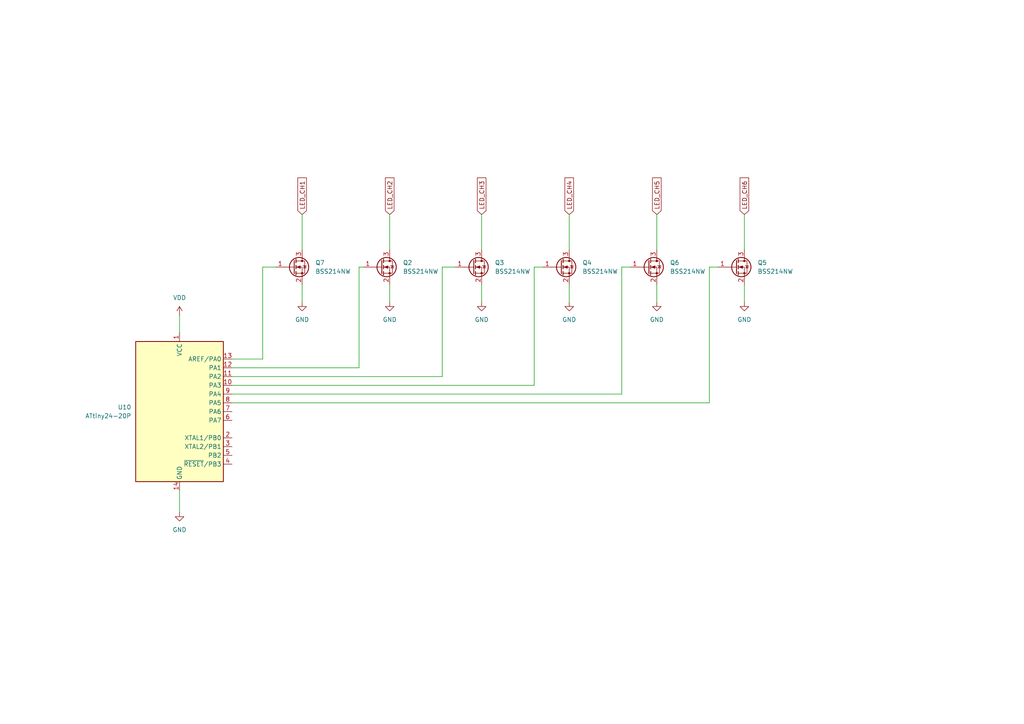
<source format=kicad_sch>
(kicad_sch (version 20230121) (generator eeschema)
  (paper "A4")
  (title_block (title "Aqua Driver LED module") (rev "0") (comment 1 "Created by: Sławomir Kozok") (comment 2 "Created by: Michał Walenciak") (comment 3 "2023"))
  (lib_symbols
    (symbol "MCU_Microchip_ATtiny:ATtiny24-20P"
      (property "Reference" "U" (at -12.7 21.59 0))
      (property "Value" "ATtiny24-20P" (at 2.54 -21.59 0))
      (symbol "ATtiny24-20P_0_1"
        (rectangle (start -12.7 -20.32) (end 12.7 20.32) (stroke (width 0.254)) (fill (type background)))
      )
      (symbol "ATtiny24-20P_1_1"
        (pin power_in line (at 0 22.86 270) (length 2.54) (name "VCC") (number "1"))
        (pin bidirectional line (at 15.24 7.62 180) (length 2.54) (name "PA3") (number "10"))
        (pin bidirectional line (at 15.24 10.16 180) (length 2.54) (name "PA2") (number "11"))
        (pin bidirectional line (at 15.24 12.7 180) (length 2.54) (name "PA1") (number "12"))
        (pin bidirectional line (at 15.24 15.24 180) (length 2.54) (name "AREF/PA0") (number "13"))
        (pin power_in line (at 0 -22.86 90) (length 2.54) (name "GND") (number "14"))
        (pin bidirectional line (at 15.24 -7.62 180) (length 2.54) (name "XTAL1/PB0") (number "2"))
        (pin bidirectional line (at 15.24 -10.16 180) (length 2.54) (name "XTAL2/PB1") (number "3"))
        (pin bidirectional line (at 15.24 -15.24 180) (length 2.54) (name "~{RESET}/PB3") (number "4"))
        (pin bidirectional line (at 15.24 -12.7 180) (length 2.54) (name "PB2") (number "5"))
        (pin bidirectional line (at 15.24 -2.54 180) (length 2.54) (name "PA7") (number "6"))
        (pin bidirectional line (at 15.24 0 180) (length 2.54) (name "PA6") (number "7"))
        (pin bidirectional line (at 15.24 2.54 180) (length 2.54) (name "PA5") (number "8"))
        (pin bidirectional line (at 15.24 5.08 180) (length 2.54) (name "PA4") (number "9"))
      )
    )
    (symbol "Transistor_FET:BSS214NW" (pin_names hide)
      (property "Reference" "Q" (at 5.08 1.905 0))
      (property "Value" "BSS214NW" (at 5.08 0 0))
      (symbol "BSS214NW_0_1"
        (polyline (pts (xy 0.254 0) (xy -2.54 0)))
        (polyline (pts (xy 0.254 1.905) (xy 0.254 -1.905)) (stroke (width 0.254)))
        (polyline (pts (xy 0.762 -1.27) (xy 0.762 -2.286)) (stroke (width 0.254)))
        (polyline (pts (xy 0.762 0.508) (xy 0.762 -0.508)) (stroke (width 0.254)))
        (polyline (pts (xy 0.762 2.286) (xy 0.762 1.27)) (stroke (width 0.254)))
        (polyline (pts (xy 2.54 2.54) (xy 2.54 1.778)))
        (polyline (pts (xy 2.54 -2.54) (xy 2.54 0) (xy 0.762 0)))
        (polyline (pts (xy 0.762 -1.778) (xy 3.302 -1.778) (xy 3.302 1.778) (xy 0.762 1.778)))
        (polyline (pts (xy 1.016 0) (xy 2.032 0.381) (xy 2.032 -0.381) (xy 1.016 0)) (fill (type outline)))
        (polyline (pts (xy 2.794 0.508) (xy 2.921 0.381) (xy 3.683 0.381) (xy 3.81 0.254)))
        (polyline (pts (xy 3.302 0.381) (xy 2.921 -0.254) (xy 3.683 -0.254) (xy 3.302 0.381)))
        (circle (center 1.651 0) (radius 2.794) (stroke (width 0.254)))
        (circle (center 2.54 -1.778) (radius 0.254) (fill (type outline)))
        (circle (center 2.54 1.778) (radius 0.254) (fill (type outline)))
      )
      (symbol "BSS214NW_1_1"
        (pin input line (at -5.08 0 0) (length 2.54) (name "G") (number "1"))
        (pin passive line (at 2.54 -5.08 90) (length 2.54) (name "S") (number "2"))
        (pin passive line (at 2.54 5.08 270) (length 2.54) (name "D") (number "3"))
      )
    )
    (symbol "power:GND" (power) (pin_names (offset 0))
      (property "Value" "GND" (at 0 -3.81 0))
      (symbol "GND_0_1"
        (polyline (pts (xy 0 0) (xy 0 -1.27) (xy 1.27 -1.27) (xy 0 -2.54) (xy -1.27 -1.27) (xy 0 -1.27)))
      )
      (symbol "GND_1_1"
        (pin power_in line (at 0 0 270) (length 0) hide (name "GND") (number "1"))
      )
    )
    (symbol "power:VDD" (power) (pin_names (offset 0))
      (property "Value" "VDD" (at 0 3.81 0))
      (symbol "VDD_0_1"
        (polyline (pts (xy -0.762 1.27) (xy 0 2.54)))
        (polyline (pts (xy 0 0) (xy 0 2.54)))
        (polyline (pts (xy 0 2.54) (xy 0.762 1.27)))
      )
      (symbol "VDD_1_1"
        (pin power_in line (at 0 0 90) (length 0) hide (name "VDD") (number "1"))
      )
    )
  )
  (wire (pts (xy 76.2 77.47) (xy 80.01 77.47)))
  (wire (pts (xy 105.41 77.47) (xy 104.14 77.47)))
  (wire (pts (xy 104.14 106.68) (xy 67.31 106.68)))
  (wire (pts (xy 52.07 142.24) (xy 52.07 148.59)))
  (wire (pts (xy 205.74 77.47) (xy 205.74 116.84)))
  (wire (pts (xy 87.63 62.23) (xy 87.63 72.39)))
  (wire (pts (xy 190.5 82.55) (xy 190.5 87.63)))
  (wire (pts (xy 139.7 62.23) (xy 139.7 72.39)))
  (wire (pts (xy 128.27 109.22) (xy 67.31 109.22)))
  (wire (pts (xy 139.7 82.55) (xy 139.7 87.63)))
  (wire (pts (xy 76.2 104.14) (xy 76.2 77.47)))
  (wire (pts (xy 154.94 77.47) (xy 154.94 111.76)))
  (wire (pts (xy 215.9 62.23) (xy 215.9 72.39)))
  (wire (pts (xy 215.9 82.55) (xy 215.9 87.63)))
  (wire (pts (xy 165.1 62.23) (xy 165.1 72.39)))
  (wire (pts (xy 208.28 77.47) (xy 205.74 77.47)))
  (wire (pts (xy 87.63 82.55) (xy 87.63 87.63)))
  (wire (pts (xy 157.48 77.47) (xy 154.94 77.47)))
  (wire (pts (xy 67.31 114.3) (xy 180.34 114.3)))
  (wire (pts (xy 104.14 77.47) (xy 104.14 106.68)))
  (wire (pts (xy 113.03 82.55) (xy 113.03 87.63)))
  (wire (pts (xy 67.31 116.84) (xy 205.74 116.84)))
  (wire (pts (xy 67.31 104.14) (xy 76.2 104.14)))
  (wire (pts (xy 128.27 77.47) (xy 128.27 109.22)))
  (wire (pts (xy 190.5 62.23) (xy 190.5 72.39)))
  (wire (pts (xy 180.34 77.47) (xy 182.88 77.47)))
  (wire (pts (xy 132.08 77.47) (xy 128.27 77.47)))
  (wire (pts (xy 52.07 91.44) (xy 52.07 96.52)))
  (wire (pts (xy 180.34 114.3) (xy 180.34 77.47)))
  (wire (pts (xy 113.03 62.23) (xy 113.03 72.39)))
  (wire (pts (xy 67.31 111.76) (xy 154.94 111.76)))
  (wire (pts (xy 165.1 82.55) (xy 165.1 87.63)))
  (global_label "LED_CH6" (shape input) (at 215.9 62.23 90) (property "Intersheetrefs" "${INTERSHEET_REFS}" (effects hide)))
  (global_label "LED_CH3" (shape input) (at 139.7 62.23 90) (property "Intersheetrefs" "${INTERSHEET_REFS}" (effects hide)))
  (global_label "LED_CH1" (shape input) (at 87.63 62.23 90) (property "Intersheetrefs" "${INTERSHEET_REFS}" (effects hide)))
  (global_label "LED_CH5" (shape input) (at 190.5 62.23 90) (property "Intersheetrefs" "${INTERSHEET_REFS}" (effects hide)))
  (global_label "LED_CH4" (shape input) (at 165.1 62.23 90) (property "Intersheetrefs" "${INTERSHEET_REFS}" (effects hide)))
  (global_label "LED_CH2" (shape input) (at 113.03 62.23 90) (property "Intersheetrefs" "${INTERSHEET_REFS}" (effects hide)))
  (symbol (lib_id "power:VDD") (at 52.07 91.44 0) (unit 1)
    (property "Reference" "#PWR033" (effects hide))
    (property "Value" "VDD" (at 52.07 86.36 0))
  )
  (symbol (lib_id "power:GND") (at 190.5 87.63 0) (unit 1)
    (property "Reference" "#PWR030" (effects hide))
    (property "Value" "GND" (at 190.5 92.71 0))
  )
  (symbol (lib_id "power:GND") (at 113.03 87.63 0) (unit 1)
    (property "Reference" "#PWR02" (effects hide))
    (property "Value" "GND" (at 113.03 92.71 0))
  )
  (symbol (lib_id "Transistor_FET:BSS214NW") (at 162.56 77.47 0) (unit 1)
    (property "Reference" "Q4" (at 168.91 76.2 0) (effects (justify left)))
    (property "Value" "BSS214NW" (at 168.91 78.74 0) (effects (justify left)))
    (property "Footprint" "Package_TO_SOT_SMD:SOT-323_SC-70" (effects hide))
    (property "Datasheet" "https://www.infineon.com/dgdl/Infineon-BSS214NW-DS-v02_02-en.pdf?fileId=db3a30431b3e89eb011b695aebc01bde" (effects hide))
  )
  (symbol (lib_id "Transistor_FET:BSS214NW") (at 85.09 77.47 0) (unit 1)
    (property "Reference" "Q7" (at 91.44 76.2 0) (effects (justify left)))
    (property "Value" "BSS214NW" (at 91.44 78.74 0) (effects (justify left)))
    (property "Footprint" "Package_TO_SOT_SMD:SOT-323_SC-70" (effects hide))
    (property "Datasheet" "https://www.infineon.com/dgdl/Infineon-BSS214NW-DS-v02_02-en.pdf?fileId=db3a30431b3e89eb011b695aebc01bde" (effects hide))
  )
  (symbol (lib_id "power:GND") (at 165.1 87.63 0) (unit 1)
    (property "Reference" "#PWR025" (effects hide))
    (property "Value" "GND" (at 165.1 92.71 0))
  )
  (symbol (lib_id "Transistor_FET:BSS214NW") (at 187.96 77.47 0) (unit 1)
    (property "Reference" "Q6" (at 194.31 76.2 0) (effects (justify left)))
    (property "Value" "BSS214NW" (at 194.31 78.74 0) (effects (justify left)))
    (property "Footprint" "Package_TO_SOT_SMD:SOT-323_SC-70" (effects hide))
    (property "Datasheet" "https://www.infineon.com/dgdl/Infineon-BSS214NW-DS-v02_02-en.pdf?fileId=db3a30431b3e89eb011b695aebc01bde" (effects hide))
  )
  (symbol (lib_id "Transistor_FET:BSS214NW") (at 110.49 77.47 0) (unit 1)
    (property "Reference" "Q2" (at 116.84 76.2 0) (effects (justify left)))
    (property "Value" "BSS214NW" (at 116.84 78.74 0) (effects (justify left)))
    (property "Footprint" "Package_TO_SOT_SMD:SOT-323_SC-70" (effects hide))
    (property "Datasheet" "https://www.infineon.com/dgdl/Infineon-BSS214NW-DS-v02_02-en.pdf?fileId=db3a30431b3e89eb011b695aebc01bde" (effects hide))
  )
  (symbol (lib_id "Transistor_FET:BSS214NW") (at 137.16 77.47 0) (unit 1)
    (property "Reference" "Q3" (at 143.51 76.2 0) (effects (justify left)))
    (property "Value" "BSS214NW" (at 143.51 78.74 0) (effects (justify left)))
    (property "Footprint" "Package_TO_SOT_SMD:SOT-323_SC-70" (effects hide))
    (property "Datasheet" "https://www.infineon.com/dgdl/Infineon-BSS214NW-DS-v02_02-en.pdf?fileId=db3a30431b3e89eb011b695aebc01bde" (effects hide))
  )
  (symbol (lib_id "Transistor_FET:BSS214NW") (at 213.36 77.47 0) (unit 1)
    (property "Reference" "Q5" (at 219.71 76.2 0) (effects (justify left)))
    (property "Value" "BSS214NW" (at 219.71 78.74 0) (effects (justify left)))
    (property "Footprint" "Package_TO_SOT_SMD:SOT-323_SC-70" (effects hide))
    (property "Datasheet" "https://www.infineon.com/dgdl/Infineon-BSS214NW-DS-v02_02-en.pdf?fileId=db3a30431b3e89eb011b695aebc01bde" (effects hide))
  )
  (symbol (lib_id "MCU_Microchip_ATtiny:ATtiny24-20P") (at 52.07 119.38 0) (unit 1)
    (property "Reference" "U10" (at 38.1 118.11 0) (effects (justify right)))
    (property "Value" "ATtiny24-20P" (at 38.1 120.65 0) (effects (justify right)))
    (property "Footprint" "Package_DIP:DIP-14_W7.62mm" (effects hide))
    (property "Datasheet" "http://ww1.microchip.com/downloads/en/DeviceDoc/doc8006.pdf" (effects hide))
  )
  (symbol (lib_id "power:GND") (at 215.9 87.63 0) (unit 1)
    (property "Reference" "#PWR031" (effects hide))
    (property "Value" "GND" (at 215.9 92.71 0))
  )
  (symbol (lib_id "power:GND") (at 139.7 87.63 0) (unit 1)
    (property "Reference" "#PWR024" (effects hide))
    (property "Value" "GND" (at 139.7 92.71 0))
  )
  (symbol (lib_id "power:GND") (at 52.07 148.59 0) (unit 1)
    (property "Reference" "#PWR032" (effects hide))
    (property "Value" "GND" (at 52.07 153.67 0))
  )
  (symbol (lib_id "power:GND") (at 87.63 87.63 0) (unit 1)
    (property "Reference" "#PWR01" (effects hide))
    (property "Value" "GND" (at 87.63 92.71 0))
  )
)
</source>
